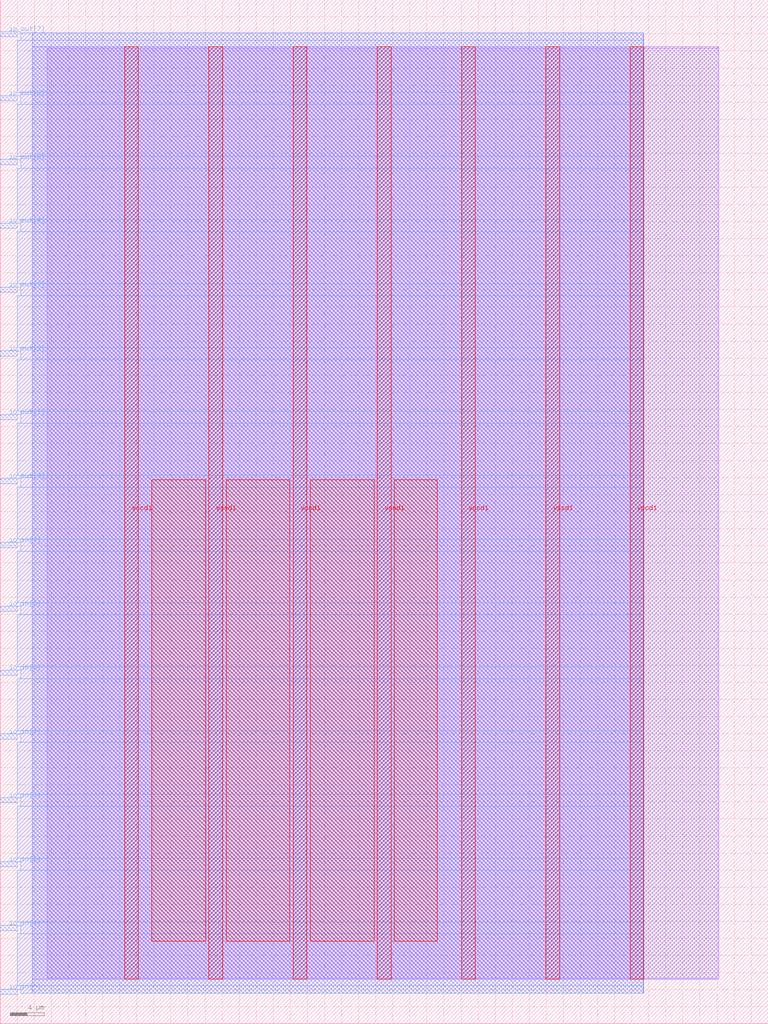
<source format=lef>
VERSION 5.7 ;
  NOWIREEXTENSIONATPIN ON ;
  DIVIDERCHAR "/" ;
  BUSBITCHARS "[]" ;
MACRO asic_multiplier_wrapper
  CLASS BLOCK ;
  FOREIGN asic_multiplier_wrapper ;
  ORIGIN 0.000 0.000 ;
  SIZE 90.000 BY 120.000 ;
  PIN io_in[0]
    DIRECTION INPUT ;
    USE SIGNAL ;
    PORT
      LAYER met3 ;
        RECT 0.000 3.440 2.000 4.040 ;
    END
  END io_in[0]
  PIN io_in[1]
    DIRECTION INPUT ;
    USE SIGNAL ;
    PORT
      LAYER met3 ;
        RECT 0.000 10.920 2.000 11.520 ;
    END
  END io_in[1]
  PIN io_in[2]
    DIRECTION INPUT ;
    USE SIGNAL ;
    PORT
      LAYER met3 ;
        RECT 0.000 18.400 2.000 19.000 ;
    END
  END io_in[2]
  PIN io_in[3]
    DIRECTION INPUT ;
    USE SIGNAL ;
    PORT
      LAYER met3 ;
        RECT 0.000 25.880 2.000 26.480 ;
    END
  END io_in[3]
  PIN io_in[4]
    DIRECTION INPUT ;
    USE SIGNAL ;
    PORT
      LAYER met3 ;
        RECT 0.000 33.360 2.000 33.960 ;
    END
  END io_in[4]
  PIN io_in[5]
    DIRECTION INPUT ;
    USE SIGNAL ;
    PORT
      LAYER met3 ;
        RECT 0.000 40.840 2.000 41.440 ;
    END
  END io_in[5]
  PIN io_in[6]
    DIRECTION INPUT ;
    USE SIGNAL ;
    PORT
      LAYER met3 ;
        RECT 0.000 48.320 2.000 48.920 ;
    END
  END io_in[6]
  PIN io_in[7]
    DIRECTION INPUT ;
    USE SIGNAL ;
    PORT
      LAYER met3 ;
        RECT 0.000 55.800 2.000 56.400 ;
    END
  END io_in[7]
  PIN io_out[0]
    DIRECTION OUTPUT TRISTATE ;
    USE SIGNAL ;
    PORT
      LAYER met3 ;
        RECT 0.000 63.280 2.000 63.880 ;
    END
  END io_out[0]
  PIN io_out[1]
    DIRECTION OUTPUT TRISTATE ;
    USE SIGNAL ;
    PORT
      LAYER met3 ;
        RECT 0.000 70.760 2.000 71.360 ;
    END
  END io_out[1]
  PIN io_out[2]
    DIRECTION OUTPUT TRISTATE ;
    USE SIGNAL ;
    PORT
      LAYER met3 ;
        RECT 0.000 78.240 2.000 78.840 ;
    END
  END io_out[2]
  PIN io_out[3]
    DIRECTION OUTPUT TRISTATE ;
    USE SIGNAL ;
    PORT
      LAYER met3 ;
        RECT 0.000 85.720 2.000 86.320 ;
    END
  END io_out[3]
  PIN io_out[4]
    DIRECTION OUTPUT TRISTATE ;
    USE SIGNAL ;
    PORT
      LAYER met3 ;
        RECT 0.000 93.200 2.000 93.800 ;
    END
  END io_out[4]
  PIN io_out[5]
    DIRECTION OUTPUT TRISTATE ;
    USE SIGNAL ;
    PORT
      LAYER met3 ;
        RECT 0.000 100.680 2.000 101.280 ;
    END
  END io_out[5]
  PIN io_out[6]
    DIRECTION OUTPUT TRISTATE ;
    USE SIGNAL ;
    PORT
      LAYER met3 ;
        RECT 0.000 108.160 2.000 108.760 ;
    END
  END io_out[6]
  PIN io_out[7]
    DIRECTION OUTPUT TRISTATE ;
    USE SIGNAL ;
    PORT
      LAYER met3 ;
        RECT 0.000 115.640 2.000 116.240 ;
    END
  END io_out[7]
  PIN vccd1
    DIRECTION INOUT ;
    USE POWER ;
    PORT
      LAYER met4 ;
        RECT 14.590 5.200 16.190 114.480 ;
    END
    PORT
      LAYER met4 ;
        RECT 34.330 5.200 35.930 114.480 ;
    END
    PORT
      LAYER met4 ;
        RECT 54.070 5.200 55.670 114.480 ;
    END
    PORT
      LAYER met4 ;
        RECT 73.810 5.200 75.410 114.480 ;
    END
  END vccd1
  PIN vssd1
    DIRECTION INOUT ;
    USE GROUND ;
    PORT
      LAYER met4 ;
        RECT 24.460 5.200 26.060 114.480 ;
    END
    PORT
      LAYER met4 ;
        RECT 44.200 5.200 45.800 114.480 ;
    END
    PORT
      LAYER met4 ;
        RECT 63.940 5.200 65.540 114.480 ;
    END
  END vssd1
  OBS
      LAYER li1 ;
        RECT 5.520 5.355 84.180 114.325 ;
      LAYER met1 ;
        RECT 3.750 5.200 84.180 114.480 ;
      LAYER met2 ;
        RECT 3.770 3.555 75.380 116.125 ;
      LAYER met3 ;
        RECT 2.400 115.240 75.400 116.105 ;
        RECT 2.000 109.160 75.400 115.240 ;
        RECT 2.400 107.760 75.400 109.160 ;
        RECT 2.000 101.680 75.400 107.760 ;
        RECT 2.400 100.280 75.400 101.680 ;
        RECT 2.000 94.200 75.400 100.280 ;
        RECT 2.400 92.800 75.400 94.200 ;
        RECT 2.000 86.720 75.400 92.800 ;
        RECT 2.400 85.320 75.400 86.720 ;
        RECT 2.000 79.240 75.400 85.320 ;
        RECT 2.400 77.840 75.400 79.240 ;
        RECT 2.000 71.760 75.400 77.840 ;
        RECT 2.400 70.360 75.400 71.760 ;
        RECT 2.000 64.280 75.400 70.360 ;
        RECT 2.400 62.880 75.400 64.280 ;
        RECT 2.000 56.800 75.400 62.880 ;
        RECT 2.400 55.400 75.400 56.800 ;
        RECT 2.000 49.320 75.400 55.400 ;
        RECT 2.400 47.920 75.400 49.320 ;
        RECT 2.000 41.840 75.400 47.920 ;
        RECT 2.400 40.440 75.400 41.840 ;
        RECT 2.000 34.360 75.400 40.440 ;
        RECT 2.400 32.960 75.400 34.360 ;
        RECT 2.000 26.880 75.400 32.960 ;
        RECT 2.400 25.480 75.400 26.880 ;
        RECT 2.000 19.400 75.400 25.480 ;
        RECT 2.400 18.000 75.400 19.400 ;
        RECT 2.000 11.920 75.400 18.000 ;
        RECT 2.400 10.520 75.400 11.920 ;
        RECT 2.000 4.440 75.400 10.520 ;
        RECT 2.400 3.575 75.400 4.440 ;
      LAYER met4 ;
        RECT 17.775 9.695 24.060 63.745 ;
        RECT 26.460 9.695 33.930 63.745 ;
        RECT 36.330 9.695 43.800 63.745 ;
        RECT 46.200 9.695 51.225 63.745 ;
  END
END asic_multiplier_wrapper
END LIBRARY


</source>
